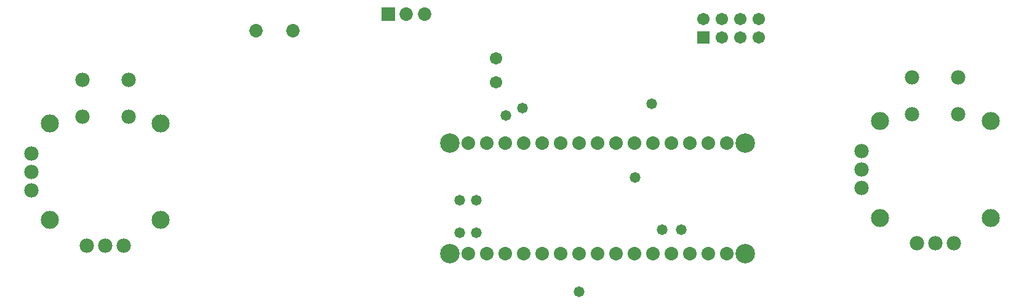
<source format=gts>
G04*
G04 #@! TF.GenerationSoftware,Altium Limited,Altium Designer,24.0.1 (36)*
G04*
G04 Layer_Color=8388736*
%FSLAX44Y44*%
%MOMM*%
G71*
G04*
G04 #@! TF.SameCoordinates,87269C32-D71D-4AF1-8112-4F1BC4A23861*
G04*
G04*
G04 #@! TF.FilePolarity,Negative*
G04*
G01*
G75*
%ADD16C,1.8532*%
%ADD17R,1.8532X1.8532*%
%ADD18C,1.9812*%
%ADD19C,2.4892*%
%ADD20C,1.7032*%
%ADD21R,1.7032X1.7032*%
%ADD22C,1.8682*%
%ADD23C,2.6782*%
%ADD24C,1.4732*%
D16*
X632060Y674370D02*
D03*
X607060D02*
D03*
X400050Y651510D02*
D03*
X450850D02*
D03*
D17*
X582060Y674370D02*
D03*
D18*
X91440Y431800D02*
D03*
Y457200D02*
D03*
Y482600D02*
D03*
X218440Y355600D02*
D03*
X193040D02*
D03*
X167640D02*
D03*
X224790Y533400D02*
D03*
X161290D02*
D03*
X224790Y584200D02*
D03*
X161290D02*
D03*
X1233170Y434975D02*
D03*
Y460375D02*
D03*
Y485775D02*
D03*
X1360170Y358775D02*
D03*
X1334770D02*
D03*
X1309370D02*
D03*
X1366520Y536575D02*
D03*
X1303020D02*
D03*
X1366520Y587375D02*
D03*
X1303020D02*
D03*
D19*
X269240Y523875D02*
D03*
Y390525D02*
D03*
X116840D02*
D03*
Y523875D02*
D03*
X1410970Y527050D02*
D03*
Y393700D02*
D03*
X1258570D02*
D03*
Y527050D02*
D03*
D20*
X730250Y580390D02*
D03*
Y613410D02*
D03*
X1092200Y668020D02*
D03*
Y642620D02*
D03*
X1066800Y668020D02*
D03*
Y642620D02*
D03*
X1041400Y668020D02*
D03*
Y642620D02*
D03*
X1016000Y668020D02*
D03*
D21*
Y642620D02*
D03*
D22*
X971550Y496570D02*
D03*
X946150D02*
D03*
X768350D02*
D03*
X742950D02*
D03*
X717550D02*
D03*
X692150D02*
D03*
Y344170D02*
D03*
X768350D02*
D03*
X793750D02*
D03*
X819150D02*
D03*
X844550D02*
D03*
X971550D02*
D03*
X1022350D02*
D03*
X1047750D02*
D03*
X895350Y496570D02*
D03*
X996950Y344170D02*
D03*
X946150D02*
D03*
X920750D02*
D03*
X895350D02*
D03*
X869950D02*
D03*
X742950D02*
D03*
X717550D02*
D03*
X793750Y496570D02*
D03*
X819150D02*
D03*
X844550D02*
D03*
X869950D02*
D03*
X920750D02*
D03*
X996950D02*
D03*
X1022350D02*
D03*
X1047750D02*
D03*
D23*
X667250Y344170D02*
D03*
Y496570D02*
D03*
X1073650Y344170D02*
D03*
Y496570D02*
D03*
D24*
X844550Y292100D02*
D03*
X922020Y449580D02*
D03*
X703453Y417830D02*
D03*
X680720D02*
D03*
X703580Y373380D02*
D03*
X680720D02*
D03*
X958850Y377190D02*
D03*
X985520D02*
D03*
X944880Y551180D02*
D03*
X767080Y544830D02*
D03*
X744220Y534670D02*
D03*
M02*

</source>
